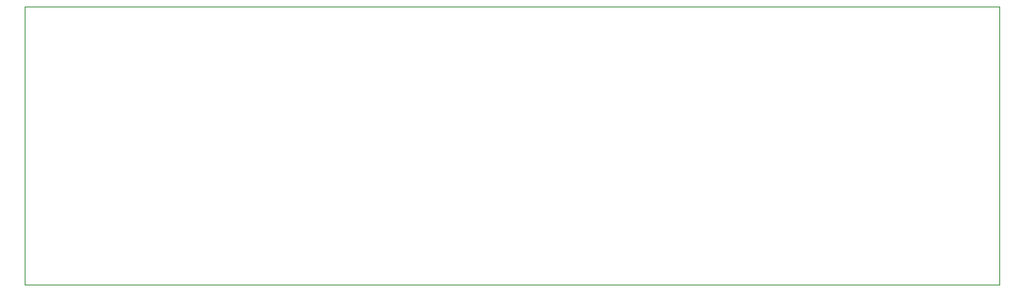
<source format=gbr>
G04 #@! TF.GenerationSoftware,KiCad,Pcbnew,(5.1.10)-1*
G04 #@! TF.CreationDate,2021-09-21T14:09:16-07:00*
G04 #@! TF.ProjectId,Adapter,41646170-7465-4722-9e6b-696361645f70,rev?*
G04 #@! TF.SameCoordinates,Original*
G04 #@! TF.FileFunction,Profile,NP*
%FSLAX46Y46*%
G04 Gerber Fmt 4.6, Leading zero omitted, Abs format (unit mm)*
G04 Created by KiCad (PCBNEW (5.1.10)-1) date 2021-09-21 14:09:16*
%MOMM*%
%LPD*%
G01*
G04 APERTURE LIST*
G04 #@! TA.AperFunction,Profile*
%ADD10C,0.050000*%
G04 #@! TD*
G04 APERTURE END LIST*
D10*
X158750000Y-92710000D02*
X158750000Y-91440000D01*
X58420000Y-92710000D02*
X158750000Y-92710000D01*
X58420000Y-64008000D02*
X58420000Y-92710000D01*
X158750000Y-64008000D02*
X58420000Y-64008000D01*
X158750000Y-91440000D02*
X158750000Y-64008000D01*
M02*

</source>
